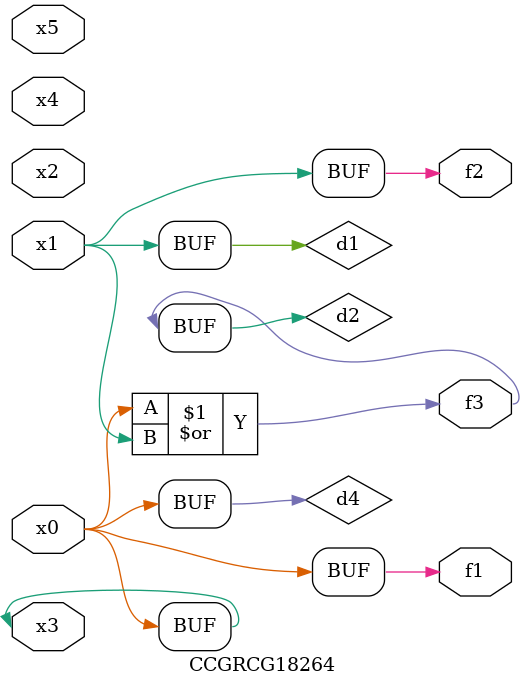
<source format=v>
module CCGRCG18264(
	input x0, x1, x2, x3, x4, x5,
	output f1, f2, f3
);

	wire d1, d2, d3, d4;

	and (d1, x1);
	or (d2, x0, x1);
	nand (d3, x0, x5);
	buf (d4, x0, x3);
	assign f1 = d4;
	assign f2 = d1;
	assign f3 = d2;
endmodule

</source>
